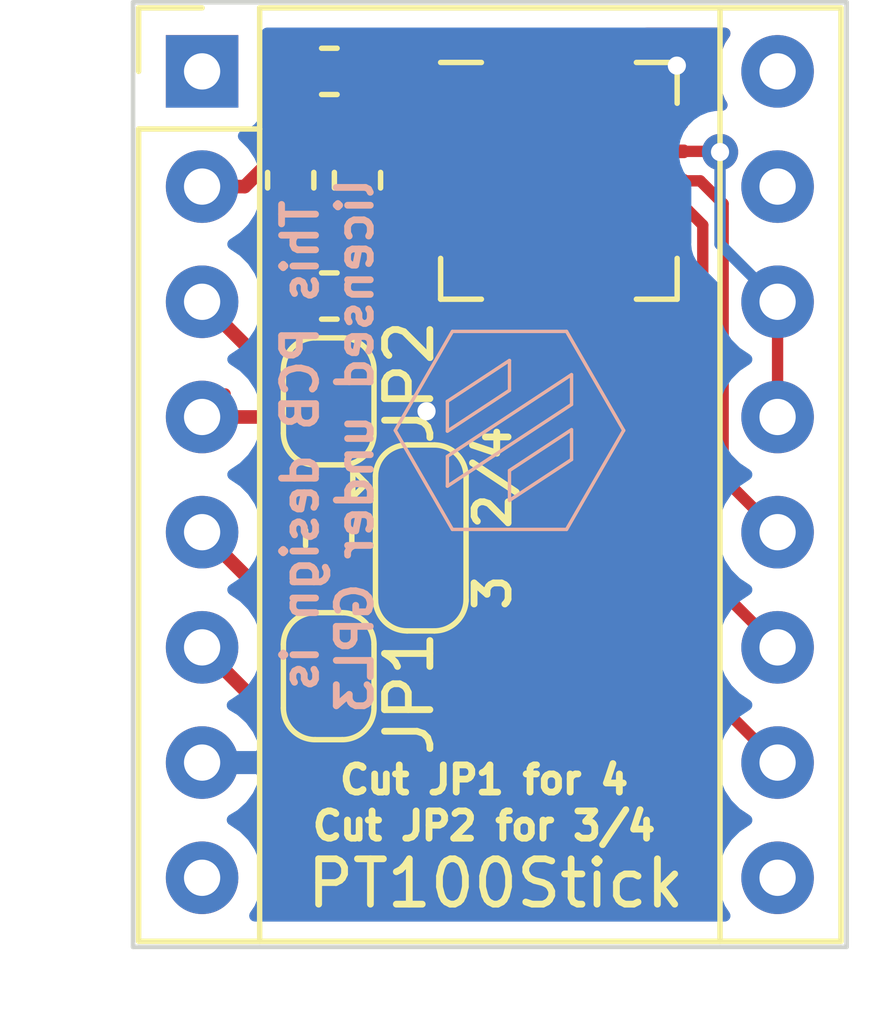
<source format=kicad_pcb>
(kicad_pcb (version 20171130) (host pcbnew "(5.1.5)-3")

  (general
    (thickness 1.6)
    (drawings 32)
    (tracks 109)
    (zones 0)
    (modules 10)
    (nets 15)
  )

  (page A4)
  (layers
    (0 F.Cu signal)
    (31 B.Cu signal)
    (32 B.Adhes user)
    (33 F.Adhes user)
    (34 B.Paste user)
    (35 F.Paste user)
    (36 B.SilkS user)
    (37 F.SilkS user)
    (38 B.Mask user)
    (39 F.Mask user)
    (40 Dwgs.User user)
    (41 Cmts.User user)
    (42 Eco1.User user)
    (43 Eco2.User user)
    (44 Edge.Cuts user)
    (45 Margin user)
    (46 B.CrtYd user)
    (47 F.CrtYd user)
    (48 B.Fab user)
    (49 F.Fab user)
  )

  (setup
    (last_trace_width 0.3)
    (user_trace_width 0.3)
    (user_trace_width 0.4)
    (trace_clearance 0.2)
    (zone_clearance 0.508)
    (zone_45_only no)
    (trace_min 0.2)
    (via_size 0.8)
    (via_drill 0.4)
    (via_min_size 0.4)
    (via_min_drill 0.3)
    (uvia_size 0.3)
    (uvia_drill 0.1)
    (uvias_allowed no)
    (uvia_min_size 0.2)
    (uvia_min_drill 0.1)
    (edge_width 0.05)
    (segment_width 0.2)
    (pcb_text_width 0.3)
    (pcb_text_size 1.5 1.5)
    (mod_edge_width 0.12)
    (mod_text_size 1 1)
    (mod_text_width 0.15)
    (pad_size 1.524 1.524)
    (pad_drill 0.762)
    (pad_to_mask_clearance 0.051)
    (solder_mask_min_width 0.25)
    (aux_axis_origin 0 0)
    (grid_origin 164.9476 74.93)
    (visible_elements 7FFFFFFF)
    (pcbplotparams
      (layerselection 0x010fc_ffffffff)
      (usegerberextensions false)
      (usegerberattributes false)
      (usegerberadvancedattributes false)
      (creategerberjobfile false)
      (excludeedgelayer true)
      (linewidth 0.100000)
      (plotframeref false)
      (viasonmask false)
      (mode 1)
      (useauxorigin false)
      (hpglpennumber 1)
      (hpglpenspeed 20)
      (hpglpendiameter 15.000000)
      (psnegative false)
      (psa4output false)
      (plotreference true)
      (plotvalue true)
      (plotinvisibletext false)
      (padsonsilk false)
      (subtractmaskfromsilk false)
      (outputformat 1)
      (mirror false)
      (drillshape 0)
      (scaleselection 1)
      (outputdirectory "../Production/Gerbers/"))
  )

  (net 0 "")
  (net 1 GND)
  (net 2 /MISO)
  (net 3 /CS)
  (net 4 /SCK)
  (net 5 /MOSI)
  (net 6 +3V3)
  (net 7 /BIAS)
  (net 8 "Net-(R1-Pad1)")
  (net 9 /FORCE+)
  (net 10 /FORCE-)
  (net 11 /RTDIN-)
  (net 12 /RTDIN+)
  (net 13 /FORCE2)
  (net 14 VDDA)

  (net_class Default "This is the default net class."
    (clearance 0.2)
    (trace_width 0.25)
    (via_dia 0.8)
    (via_drill 0.4)
    (uvia_dia 0.3)
    (uvia_drill 0.1)
    (add_net +3V3)
    (add_net /BIAS)
    (add_net /CS)
    (add_net /FORCE+)
    (add_net /FORCE-)
    (add_net /FORCE2)
    (add_net /MISO)
    (add_net /MOSI)
    (add_net /RTDIN+)
    (add_net /RTDIN-)
    (add_net /SCK)
    (add_net GND)
    (add_net "Net-(R1-Pad1)")
    (add_net VDDA)
  )

  (module PT100Stick:SolderJumper-3_P1.3mm_Bridged12_RoundedPad1.0x1.5mm (layer F.Cu) (tedit 5C745321) (tstamp 5EBD8CF7)
    (at 147.066 81.407 270)
    (descr "SMD Solder 3-pad Jumper, 1x1.5mm rounded Pads, 0.3mm gap, pads 1-2 bridged with 1 copper strip")
    (tags "solder jumper open")
    (path /5EBB1790)
    (attr virtual)
    (fp_text reference JP3 (at 0 -1.8 90) (layer F.SilkS) hide
      (effects (font (size 1 1) (thickness 0.15)))
    )
    (fp_text value SolderJumper_3_Bridged12 (at 0 1.9 90) (layer F.Fab)
      (effects (font (size 1 1) (thickness 0.15)))
    )
    (fp_poly (pts (xy -0.9 -0.3) (xy -0.4 -0.3) (xy -0.4 0.3) (xy -0.9 0.3)) (layer F.Cu) (width 0))
    (fp_arc (start -1.35 -0.3) (end -1.35 -1) (angle -90) (layer F.SilkS) (width 0.12))
    (fp_arc (start -1.35 0.3) (end -2.05 0.3) (angle -90) (layer F.SilkS) (width 0.12))
    (fp_arc (start 1.35 0.3) (end 1.35 1) (angle -90) (layer F.SilkS) (width 0.12))
    (fp_arc (start 1.35 -0.3) (end 2.05 -0.3) (angle -90) (layer F.SilkS) (width 0.12))
    (fp_line (start 2.3 1.25) (end -2.3 1.25) (layer F.CrtYd) (width 0.05))
    (fp_line (start 2.3 1.25) (end 2.3 -1.25) (layer F.CrtYd) (width 0.05))
    (fp_line (start -2.3 -1.25) (end -2.3 1.25) (layer F.CrtYd) (width 0.05))
    (fp_line (start -2.3 -1.25) (end 2.3 -1.25) (layer F.CrtYd) (width 0.05))
    (fp_line (start -1.4 -1) (end 1.4 -1) (layer F.SilkS) (width 0.12))
    (fp_line (start 2.05 -0.3) (end 2.05 0.3) (layer F.SilkS) (width 0.12))
    (fp_line (start 1.4 1) (end -1.4 1) (layer F.SilkS) (width 0.12))
    (fp_line (start -2.05 0.3) (end -2.05 -0.3) (layer F.SilkS) (width 0.12))
    (fp_line (start -1.2 1.2) (end -1.5 1.5) (layer F.SilkS) (width 0.12))
    (fp_line (start -1.5 1.5) (end -0.9 1.5) (layer F.SilkS) (width 0.12))
    (fp_line (start -1.2 1.2) (end -0.9 1.5) (layer F.SilkS) (width 0.12))
    (pad 1 smd custom (at -1.3 0 270) (size 1 0.5) (layers F.Cu F.Mask)
      (net 1 GND) (zone_connect 2)
      (options (clearance outline) (anchor rect))
      (primitives
        (gr_circle (center 0 0.25) (end 0.5 0.25) (width 0))
        (gr_circle (center 0 -0.25) (end 0.5 -0.25) (width 0))
        (gr_poly (pts
           (xy 0.55 -0.75) (xy 0 -0.75) (xy 0 0.75) (xy 0.55 0.75)) (width 0))
      ))
    (pad 2 smd rect (at 0 0 270) (size 1 1.5) (layers F.Cu F.Mask)
      (net 13 /FORCE2))
    (pad 3 smd custom (at 1.3 0 270) (size 1 0.5) (layers F.Cu F.Mask)
      (net 12 /RTDIN+) (zone_connect 2)
      (options (clearance outline) (anchor rect))
      (primitives
        (gr_circle (center 0 0.25) (end 0.5 0.25) (width 0))
        (gr_circle (center 0 -0.25) (end 0.5 -0.25) (width 0))
        (gr_poly (pts
           (xy -0.55 -0.75) (xy 0 -0.75) (xy 0 0.75) (xy -0.55 0.75)) (width 0))
      ))
  )

  (module PT100Stick:SolderJumper-2_P1.3mm_Bridged_RoundedPad1.0x1.5mm (layer F.Cu) (tedit 5C745284) (tstamp 5EBE0EA0)
    (at 145.034 78.396 270)
    (descr "SMD Solder Jumper, 1x1.5mm, rounded Pads, 0.3mm gap, bridged with 1 copper strip")
    (tags "solder jumper open")
    (path /5EBB06B7)
    (attr virtual)
    (fp_text reference JP2 (at -0.418 -1.778 90) (layer F.SilkS)
      (effects (font (size 1 1) (thickness 0.15)))
    )
    (fp_text value "Cut for 3/4" (at 0 1.9 90) (layer F.Fab)
      (effects (font (size 1 1) (thickness 0.15)))
    )
    (fp_poly (pts (xy 0.25 -0.3) (xy -0.25 -0.3) (xy -0.25 0.3) (xy 0.25 0.3)) (layer F.Cu) (width 0))
    (fp_line (start 1.65 1.25) (end -1.65 1.25) (layer F.CrtYd) (width 0.05))
    (fp_line (start 1.65 1.25) (end 1.65 -1.25) (layer F.CrtYd) (width 0.05))
    (fp_line (start -1.65 -1.25) (end -1.65 1.25) (layer F.CrtYd) (width 0.05))
    (fp_line (start -1.65 -1.25) (end 1.65 -1.25) (layer F.CrtYd) (width 0.05))
    (fp_line (start -0.7 -1) (end 0.7 -1) (layer F.SilkS) (width 0.12))
    (fp_line (start 1.4 -0.3) (end 1.4 0.3) (layer F.SilkS) (width 0.12))
    (fp_line (start 0.7 1) (end -0.7 1) (layer F.SilkS) (width 0.12))
    (fp_line (start -1.4 0.3) (end -1.4 -0.3) (layer F.SilkS) (width 0.12))
    (fp_arc (start -0.7 -0.3) (end -0.7 -1) (angle -90) (layer F.SilkS) (width 0.12))
    (fp_arc (start -0.7 0.3) (end -1.4 0.3) (angle -90) (layer F.SilkS) (width 0.12))
    (fp_arc (start 0.7 0.3) (end 0.7 1) (angle -90) (layer F.SilkS) (width 0.12))
    (fp_arc (start 0.7 -0.3) (end 1.4 -0.3) (angle -90) (layer F.SilkS) (width 0.12))
    (pad 1 smd custom (at -0.65 0 270) (size 1 0.5) (layers F.Cu F.Mask)
      (net 9 /FORCE+) (zone_connect 2)
      (options (clearance outline) (anchor rect))
      (primitives
        (gr_circle (center 0 0.25) (end 0.5 0.25) (width 0))
        (gr_circle (center 0 -0.25) (end 0.5 -0.25) (width 0))
        (gr_poly (pts
           (xy 0 -0.75) (xy 0.5 -0.75) (xy 0.5 0.75) (xy 0 0.75)) (width 0))
      ))
    (pad 2 smd custom (at 0.65 0 270) (size 1 0.5) (layers F.Cu F.Mask)
      (net 12 /RTDIN+) (zone_connect 2)
      (options (clearance outline) (anchor rect))
      (primitives
        (gr_circle (center 0 0.25) (end 0.5 0.25) (width 0))
        (gr_circle (center 0 -0.25) (end 0.5 -0.25) (width 0))
        (gr_poly (pts
           (xy 0 -0.75) (xy -0.5 -0.75) (xy -0.5 0.75) (xy 0 0.75)) (width 0))
      ))
  )

  (module PT100Stick:SolderJumper-2_P1.3mm_Bridged_RoundedPad1.0x1.5mm (layer F.Cu) (tedit 5C745284) (tstamp 5EBE0DF6)
    (at 145.034 84.455 90)
    (descr "SMD Solder Jumper, 1x1.5mm, rounded Pads, 0.3mm gap, bridged with 1 copper strip")
    (tags "solder jumper open")
    (path /5EBAE765)
    (attr virtual)
    (fp_text reference JP1 (at -0.381 1.778 90) (layer F.SilkS)
      (effects (font (size 1 1) (thickness 0.15)))
    )
    (fp_text value "Cut for 4" (at 0 1.9 90) (layer F.Fab)
      (effects (font (size 1 1) (thickness 0.15)))
    )
    (fp_poly (pts (xy 0.25 -0.3) (xy -0.25 -0.3) (xy -0.25 0.3) (xy 0.25 0.3)) (layer F.Cu) (width 0))
    (fp_line (start 1.65 1.25) (end -1.65 1.25) (layer F.CrtYd) (width 0.05))
    (fp_line (start 1.65 1.25) (end 1.65 -1.25) (layer F.CrtYd) (width 0.05))
    (fp_line (start -1.65 -1.25) (end -1.65 1.25) (layer F.CrtYd) (width 0.05))
    (fp_line (start -1.65 -1.25) (end 1.65 -1.25) (layer F.CrtYd) (width 0.05))
    (fp_line (start -0.7 -1) (end 0.7 -1) (layer F.SilkS) (width 0.12))
    (fp_line (start 1.4 -0.3) (end 1.4 0.3) (layer F.SilkS) (width 0.12))
    (fp_line (start 0.7 1) (end -0.7 1) (layer F.SilkS) (width 0.12))
    (fp_line (start -1.4 0.3) (end -1.4 -0.3) (layer F.SilkS) (width 0.12))
    (fp_arc (start -0.7 -0.3) (end -0.7 -1) (angle -90) (layer F.SilkS) (width 0.12))
    (fp_arc (start -0.7 0.3) (end -1.4 0.3) (angle -90) (layer F.SilkS) (width 0.12))
    (fp_arc (start 0.7 0.3) (end 0.7 1) (angle -90) (layer F.SilkS) (width 0.12))
    (fp_arc (start 0.7 -0.3) (end 1.4 -0.3) (angle -90) (layer F.SilkS) (width 0.12))
    (pad 1 smd custom (at -0.65 0 90) (size 1 0.5) (layers F.Cu F.Mask)
      (net 10 /FORCE-) (zone_connect 2)
      (options (clearance outline) (anchor rect))
      (primitives
        (gr_circle (center 0 0.25) (end 0.5 0.25) (width 0))
        (gr_circle (center 0 -0.25) (end 0.5 -0.25) (width 0))
        (gr_poly (pts
           (xy 0 -0.75) (xy 0.5 -0.75) (xy 0.5 0.75) (xy 0 0.75)) (width 0))
      ))
    (pad 2 smd custom (at 0.65 0 90) (size 1 0.5) (layers F.Cu F.Mask)
      (net 11 /RTDIN-) (zone_connect 2)
      (options (clearance outline) (anchor rect))
      (primitives
        (gr_circle (center 0 0.25) (end 0.5 0.25) (width 0))
        (gr_circle (center 0 -0.25) (end 0.5 -0.25) (width 0))
        (gr_poly (pts
           (xy 0 -0.75) (xy -0.5 -0.75) (xy -0.5 0.75) (xy 0 0.75)) (width 0))
      ))
  )

  (module PT100Stick:C_0603_1608Metric_Pad1.05x0.95mm_HandSolder (layer F.Cu) (tedit 5EBC34C0) (tstamp 5ECFFA5E)
    (at 145.669 73.519 270)
    (descr "Capacitor SMD 0603 (1608 Metric), square (rectangular) end terminal, IPC_7351 nominal with elongated pad for handsoldering. (Body size source: http://www.tortai-tech.com/upload/download/2011102023233369053.pdf), generated with kicad-footprint-generator")
    (tags "capacitor handsolder")
    (path /5EBF6A4F)
    (attr smd)
    (fp_text reference C3 (at 0 -1.43 90) (layer F.SilkS) hide
      (effects (font (size 1 1) (thickness 0.15)))
    )
    (fp_text value 0.1uF (at 0 1.43 90) (layer F.Fab)
      (effects (font (size 1 1) (thickness 0.15)))
    )
    (fp_text user %R (at 0 0 90) (layer F.Fab)
      (effects (font (size 0.4 0.4) (thickness 0.06)))
    )
    (fp_line (start 1.65 0.73) (end -1.65 0.73) (layer F.CrtYd) (width 0.05))
    (fp_line (start 1.65 -0.73) (end 1.65 0.73) (layer F.CrtYd) (width 0.05))
    (fp_line (start -1.65 -0.73) (end 1.65 -0.73) (layer F.CrtYd) (width 0.05))
    (fp_line (start -1.65 0.73) (end -1.65 -0.73) (layer F.CrtYd) (width 0.05))
    (fp_line (start -0.171267 0.51) (end 0.171267 0.51) (layer F.SilkS) (width 0.12))
    (fp_line (start -0.171267 -0.51) (end 0.171267 -0.51) (layer F.SilkS) (width 0.12))
    (fp_line (start 0.8 0.4) (end -0.8 0.4) (layer F.Fab) (width 0.1))
    (fp_line (start 0.8 -0.4) (end 0.8 0.4) (layer F.Fab) (width 0.1))
    (fp_line (start -0.8 -0.4) (end 0.8 -0.4) (layer F.Fab) (width 0.1))
    (fp_line (start -0.8 0.4) (end -0.8 -0.4) (layer F.Fab) (width 0.1))
    (pad 2 smd roundrect (at 0.875 0 270) (size 1.05 0.95) (layers F.Cu F.Paste F.Mask) (roundrect_rratio 0.25)
      (net 1 GND))
    (pad 1 smd roundrect (at -0.875 0 270) (size 1.05 0.95) (layers F.Cu F.Paste F.Mask) (roundrect_rratio 0.25)
      (net 14 VDDA))
    (model ${KIPRJMOD}/Library/3D_Packages/C_0603_1608Metric.wrl
      (at (xyz 0 0 0))
      (scale (xyz 1 1 1))
      (rotate (xyz 0 0 0))
    )
  )

  (module PT100Stick:R_0603_1608Metric_Pad1.05x0.95mm_HandSolder (layer F.Cu) (tedit 5B301BBD) (tstamp 5EBD9CEA)
    (at 145.048 76.073 180)
    (descr "Resistor SMD 0603 (1608 Metric), square (rectangular) end terminal, IPC_7351 nominal with elongated pad for handsoldering. (Body size source: http://www.tortai-tech.com/upload/download/2011102023233369053.pdf), generated with kicad-footprint-generator")
    (tags "resistor handsolder")
    (path /5EBADD3B)
    (attr smd)
    (fp_text reference R1 (at 0 -1.43) (layer F.SilkS) hide
      (effects (font (size 1 1) (thickness 0.15)))
    )
    (fp_text value 430 (at 0 1.43) (layer F.Fab)
      (effects (font (size 1 1) (thickness 0.15)))
    )
    (fp_text user %R (at 0 0) (layer F.Fab)
      (effects (font (size 0.4 0.4) (thickness 0.06)))
    )
    (fp_line (start 1.65 0.73) (end -1.65 0.73) (layer F.CrtYd) (width 0.05))
    (fp_line (start 1.65 -0.73) (end 1.65 0.73) (layer F.CrtYd) (width 0.05))
    (fp_line (start -1.65 -0.73) (end 1.65 -0.73) (layer F.CrtYd) (width 0.05))
    (fp_line (start -1.65 0.73) (end -1.65 -0.73) (layer F.CrtYd) (width 0.05))
    (fp_line (start -0.171267 0.51) (end 0.171267 0.51) (layer F.SilkS) (width 0.12))
    (fp_line (start -0.171267 -0.51) (end 0.171267 -0.51) (layer F.SilkS) (width 0.12))
    (fp_line (start 0.8 0.4) (end -0.8 0.4) (layer F.Fab) (width 0.1))
    (fp_line (start 0.8 -0.4) (end 0.8 0.4) (layer F.Fab) (width 0.1))
    (fp_line (start -0.8 -0.4) (end 0.8 -0.4) (layer F.Fab) (width 0.1))
    (fp_line (start -0.8 0.4) (end -0.8 -0.4) (layer F.Fab) (width 0.1))
    (pad 2 smd roundrect (at 0.875 0 180) (size 1.05 0.95) (layers F.Cu F.Paste F.Mask) (roundrect_rratio 0.25)
      (net 7 /BIAS))
    (pad 1 smd roundrect (at -0.875 0 180) (size 1.05 0.95) (layers F.Cu F.Paste F.Mask) (roundrect_rratio 0.25)
      (net 8 "Net-(R1-Pad1)"))
    (model ${KISYS3DMOD}/Resistor_SMD.3dshapes/R_0603_1608Metric.wrl
      (at (xyz 0 0 0))
      (scale (xyz 1 1 1))
      (rotate (xyz 0 0 0))
    )
  )

  (module PT100Stick:L_0603_1608Metric_Pad1.05x0.95mm_HandSolder (layer F.Cu) (tedit 5B301BBE) (tstamp 5EBD9CBA)
    (at 145.048 71.12)
    (descr "Capacitor SMD 0603 (1608 Metric), square (rectangular) end terminal, IPC_7351 nominal with elongated pad for handsoldering. (Body size source: http://www.tortai-tech.com/upload/download/2011102023233369053.pdf), generated with kicad-footprint-generator")
    (tags "inductor handsolder")
    (path /5EC32E91)
    (attr smd)
    (fp_text reference FB1 (at 0 -1.43) (layer F.SilkS) hide
      (effects (font (size 1 1) (thickness 0.15)))
    )
    (fp_text value Ferrite_Bead_Small (at 0 1.43) (layer F.Fab)
      (effects (font (size 1 1) (thickness 0.15)))
    )
    (fp_text user %R (at 0 0) (layer F.Fab)
      (effects (font (size 0.4 0.4) (thickness 0.06)))
    )
    (fp_line (start 1.65 0.73) (end -1.65 0.73) (layer F.CrtYd) (width 0.05))
    (fp_line (start 1.65 -0.73) (end 1.65 0.73) (layer F.CrtYd) (width 0.05))
    (fp_line (start -1.65 -0.73) (end 1.65 -0.73) (layer F.CrtYd) (width 0.05))
    (fp_line (start -1.65 0.73) (end -1.65 -0.73) (layer F.CrtYd) (width 0.05))
    (fp_line (start -0.171267 0.51) (end 0.171267 0.51) (layer F.SilkS) (width 0.12))
    (fp_line (start -0.171267 -0.51) (end 0.171267 -0.51) (layer F.SilkS) (width 0.12))
    (fp_line (start 0.8 0.4) (end -0.8 0.4) (layer F.Fab) (width 0.1))
    (fp_line (start 0.8 -0.4) (end 0.8 0.4) (layer F.Fab) (width 0.1))
    (fp_line (start -0.8 -0.4) (end 0.8 -0.4) (layer F.Fab) (width 0.1))
    (fp_line (start -0.8 0.4) (end -0.8 -0.4) (layer F.Fab) (width 0.1))
    (pad 2 smd roundrect (at 0.875 0) (size 1.05 0.95) (layers F.Cu F.Paste F.Mask) (roundrect_rratio 0.25)
      (net 14 VDDA))
    (pad 1 smd roundrect (at -0.875 0) (size 1.05 0.95) (layers F.Cu F.Paste F.Mask) (roundrect_rratio 0.25)
      (net 6 +3V3))
    (model ${KIPRJMOD}/Library/3D_Packages/L_0603_1608Metric.wrl
      (at (xyz 0 0 0))
      (scale (xyz 1 1 1))
      (rotate (xyz 0 0 0))
    )
  )

  (module PT100Stick:C_0603_1608Metric_Pad1.05x0.95mm_HandSolder (layer F.Cu) (tedit 5B301BBE) (tstamp 5EF27680)
    (at 144.1958 73.519 270)
    (descr "Capacitor SMD 0603 (1608 Metric), square (rectangular) end terminal, IPC_7351 nominal with elongated pad for handsoldering. (Body size source: http://www.tortai-tech.com/upload/download/2011102023233369053.pdf), generated with kicad-footprint-generator")
    (tags "capacitor handsolder")
    (path /5EC2A459)
    (attr smd)
    (fp_text reference C2 (at 0 -1.43 90) (layer F.SilkS) hide
      (effects (font (size 1 1) (thickness 0.15)))
    )
    (fp_text value 0.1uF (at 0 1.43 90) (layer F.Fab)
      (effects (font (size 1 1) (thickness 0.15)))
    )
    (fp_text user %R (at 0 0 90) (layer F.Fab)
      (effects (font (size 0.4 0.4) (thickness 0.06)))
    )
    (fp_line (start 1.65 0.73) (end -1.65 0.73) (layer F.CrtYd) (width 0.05))
    (fp_line (start 1.65 -0.73) (end 1.65 0.73) (layer F.CrtYd) (width 0.05))
    (fp_line (start -1.65 -0.73) (end 1.65 -0.73) (layer F.CrtYd) (width 0.05))
    (fp_line (start -1.65 0.73) (end -1.65 -0.73) (layer F.CrtYd) (width 0.05))
    (fp_line (start -0.171267 0.51) (end 0.171267 0.51) (layer F.SilkS) (width 0.12))
    (fp_line (start -0.171267 -0.51) (end 0.171267 -0.51) (layer F.SilkS) (width 0.12))
    (fp_line (start 0.8 0.4) (end -0.8 0.4) (layer F.Fab) (width 0.1))
    (fp_line (start 0.8 -0.4) (end 0.8 0.4) (layer F.Fab) (width 0.1))
    (fp_line (start -0.8 -0.4) (end 0.8 -0.4) (layer F.Fab) (width 0.1))
    (fp_line (start -0.8 0.4) (end -0.8 -0.4) (layer F.Fab) (width 0.1))
    (pad 2 smd roundrect (at 0.875 0 270) (size 1.05 0.95) (layers F.Cu F.Paste F.Mask) (roundrect_rratio 0.25)
      (net 1 GND))
    (pad 1 smd roundrect (at -0.875 0 270) (size 1.05 0.95) (layers F.Cu F.Paste F.Mask) (roundrect_rratio 0.25)
      (net 6 +3V3))
    (model ${KIPRJMOD}/Library/3D_Packages/C_0603_1608Metric.wrl
      (at (xyz 0 0 0))
      (scale (xyz 1 1 1))
      (rotate (xyz 0 0 0))
    )
  )

  (module PT100Stick:C_0603_1608Metric_Pad1.05x0.95mm_HandSolder (layer F.Cu) (tedit 5B301BBE) (tstamp 5EBD8D31)
    (at 145.034 81.407 270)
    (descr "Capacitor SMD 0603 (1608 Metric), square (rectangular) end terminal, IPC_7351 nominal with elongated pad for handsoldering. (Body size source: http://www.tortai-tech.com/upload/download/2011102023233369053.pdf), generated with kicad-footprint-generator")
    (tags "capacitor handsolder")
    (path /5EBB292B)
    (attr smd)
    (fp_text reference C1 (at 0 -1.43 90) (layer F.SilkS) hide
      (effects (font (size 1 1) (thickness 0.15)))
    )
    (fp_text value 0.1uF (at 0 1.43 90) (layer F.Fab)
      (effects (font (size 1 1) (thickness 0.15)))
    )
    (fp_text user %R (at 0 0 90) (layer F.Fab)
      (effects (font (size 0.4 0.4) (thickness 0.06)))
    )
    (fp_line (start 1.65 0.73) (end -1.65 0.73) (layer F.CrtYd) (width 0.05))
    (fp_line (start 1.65 -0.73) (end 1.65 0.73) (layer F.CrtYd) (width 0.05))
    (fp_line (start -1.65 -0.73) (end 1.65 -0.73) (layer F.CrtYd) (width 0.05))
    (fp_line (start -1.65 0.73) (end -1.65 -0.73) (layer F.CrtYd) (width 0.05))
    (fp_line (start -0.171267 0.51) (end 0.171267 0.51) (layer F.SilkS) (width 0.12))
    (fp_line (start -0.171267 -0.51) (end 0.171267 -0.51) (layer F.SilkS) (width 0.12))
    (fp_line (start 0.8 0.4) (end -0.8 0.4) (layer F.Fab) (width 0.1))
    (fp_line (start 0.8 -0.4) (end 0.8 0.4) (layer F.Fab) (width 0.1))
    (fp_line (start -0.8 -0.4) (end 0.8 -0.4) (layer F.Fab) (width 0.1))
    (fp_line (start -0.8 0.4) (end -0.8 -0.4) (layer F.Fab) (width 0.1))
    (pad 2 smd roundrect (at 0.875 0 270) (size 1.05 0.95) (layers F.Cu F.Paste F.Mask) (roundrect_rratio 0.25)
      (net 11 /RTDIN-))
    (pad 1 smd roundrect (at -0.875 0 270) (size 1.05 0.95) (layers F.Cu F.Paste F.Mask) (roundrect_rratio 0.25)
      (net 12 /RTDIN+))
    (model ${KISYS3DMOD}/Capacitor_SMD.3dshapes/C_0603_1608Metric.wrl
      (at (xyz 0 0 0))
      (scale (xyz 1 1 1))
      (rotate (xyz 0 0 0))
    )
  )

  (module PT100Stick:Pololu_Breakout-16_15.2x20.3mm (layer F.Cu) (tedit 58AB602C) (tstamp 5EF27C75)
    (at 142.24 71.12)
    (descr "Pololu Breakout 16-pin 15.2x20.3mm 0.6x0.8\\")
    (tags "Pololu Breakout")
    (path /5EB9E565)
    (fp_text reference A1 (at 6.35 -2.54) (layer F.SilkS) hide
      (effects (font (size 1 1) (thickness 0.15)))
    )
    (fp_text value Pololu_Breakout_A4988 (at 6.35 20.17) (layer F.Fab)
      (effects (font (size 1 1) (thickness 0.15)))
    )
    (fp_line (start 14.21 19.3) (end -1.53 19.3) (layer F.CrtYd) (width 0.05))
    (fp_line (start 14.21 19.3) (end 14.21 -1.52) (layer F.CrtYd) (width 0.05))
    (fp_line (start -1.53 -1.52) (end -1.53 19.3) (layer F.CrtYd) (width 0.05))
    (fp_line (start -1.53 -1.52) (end 14.21 -1.52) (layer F.CrtYd) (width 0.05))
    (fp_line (start -1.27 19.05) (end -1.27 0) (layer F.Fab) (width 0.1))
    (fp_line (start 13.97 19.05) (end -1.27 19.05) (layer F.Fab) (width 0.1))
    (fp_line (start 13.97 -1.27) (end 13.97 19.05) (layer F.Fab) (width 0.1))
    (fp_line (start 0 -1.27) (end 13.97 -1.27) (layer F.Fab) (width 0.1))
    (fp_line (start -1.27 0) (end 0 -1.27) (layer F.Fab) (width 0.1))
    (fp_line (start 14.1 -1.4) (end 1.27 -1.4) (layer F.SilkS) (width 0.12))
    (fp_line (start 14.1 19.18) (end 14.1 -1.4) (layer F.SilkS) (width 0.12))
    (fp_line (start -1.4 19.18) (end 14.1 19.18) (layer F.SilkS) (width 0.12))
    (fp_line (start -1.4 1.27) (end -1.4 19.18) (layer F.SilkS) (width 0.12))
    (fp_line (start 1.27 1.27) (end -1.4 1.27) (layer F.SilkS) (width 0.12))
    (fp_line (start 1.27 -1.4) (end 1.27 1.27) (layer F.SilkS) (width 0.12))
    (fp_line (start -1.4 -1.4) (end -1.4 0) (layer F.SilkS) (width 0.12))
    (fp_line (start 0 -1.4) (end -1.4 -1.4) (layer F.SilkS) (width 0.12))
    (fp_line (start 1.27 1.27) (end 1.27 19.18) (layer F.SilkS) (width 0.12))
    (fp_line (start 11.43 -1.4) (end 11.43 19.18) (layer F.SilkS) (width 0.12))
    (fp_text user %R (at 6.35 0) (layer F.Fab)
      (effects (font (size 1 1) (thickness 0.15)))
    )
    (pad 16 thru_hole oval (at 12.7 0) (size 1.6 1.6) (drill 0.8) (layers *.Cu *.Mask))
    (pad 8 thru_hole oval (at 0 17.78) (size 1.6 1.6) (drill 0.8) (layers *.Cu *.Mask))
    (pad 15 thru_hole oval (at 12.7 2.54) (size 1.6 1.6) (drill 0.8) (layers *.Cu *.Mask))
    (pad 7 thru_hole oval (at 0 15.24) (size 1.6 1.6) (drill 0.8) (layers *.Cu *.Mask)
      (net 1 GND))
    (pad 14 thru_hole oval (at 12.7 5.08) (size 1.6 1.6) (drill 0.8) (layers *.Cu *.Mask)
      (net 5 /MOSI))
    (pad 6 thru_hole oval (at 0 12.7) (size 1.6 1.6) (drill 0.8) (layers *.Cu *.Mask)
      (net 10 /FORCE-))
    (pad 13 thru_hole oval (at 12.7 7.62) (size 1.6 1.6) (drill 0.8) (layers *.Cu *.Mask)
      (net 5 /MOSI))
    (pad 5 thru_hole oval (at 0 10.16) (size 1.6 1.6) (drill 0.8) (layers *.Cu *.Mask)
      (net 11 /RTDIN-))
    (pad 12 thru_hole oval (at 12.7 10.16) (size 1.6 1.6) (drill 0.8) (layers *.Cu *.Mask)
      (net 3 /CS))
    (pad 4 thru_hole oval (at 0 7.62) (size 1.6 1.6) (drill 0.8) (layers *.Cu *.Mask)
      (net 12 /RTDIN+))
    (pad 11 thru_hole oval (at 12.7 12.7) (size 1.6 1.6) (drill 0.8) (layers *.Cu *.Mask)
      (net 4 /SCK))
    (pad 3 thru_hole oval (at 0 5.08) (size 1.6 1.6) (drill 0.8) (layers *.Cu *.Mask)
      (net 9 /FORCE+))
    (pad 10 thru_hole oval (at 12.7 15.24) (size 1.6 1.6) (drill 0.8) (layers *.Cu *.Mask)
      (net 2 /MISO))
    (pad 2 thru_hole oval (at 0 2.54) (size 1.6 1.6) (drill 0.8) (layers *.Cu *.Mask)
      (net 6 +3V3))
    (pad 9 thru_hole oval (at 12.7 17.78) (size 1.6 1.6) (drill 0.8) (layers *.Cu *.Mask))
    (pad 1 thru_hole rect (at 0 0) (size 1.6 1.6) (drill 0.8) (layers *.Cu *.Mask))
    (model ${KISYS3DMOD}/Module.3dshapes/Pololu_Breakout-16_15.2x20.3mm.wrl
      (at (xyz 0 0 0))
      (scale (xyz 1 1 1))
      (rotate (xyz 0 0 0))
    )
  )

  (module PT100Stick:TQFN-20-1EP_5x5mm_P0.65mm_EP3.1x3.1mm (layer F.Cu) (tedit 5D3A0FA8) (tstamp 5EBAF105)
    (at 150.114 73.533)
    (descr "TQFN, 20 Pin (https://pdfserv.maximintegrated.com/package_dwgs/21-0140.PDF), generated with kicad-footprint-generator ipc_noLead_generator.py")
    (tags "TQFN NoLead")
    (path /5EBA27E8)
    (attr smd)
    (fp_text reference U1 (at 0 -3.8) (layer F.SilkS) hide
      (effects (font (size 1 1) (thickness 0.15)))
    )
    (fp_text value MAX31865ATP_ (at 0 3.8) (layer F.Fab)
      (effects (font (size 1 1) (thickness 0.15)))
    )
    (fp_line (start 1.71 -2.61) (end 2.61 -2.61) (layer F.SilkS) (width 0.12))
    (fp_line (start 2.61 -2.61) (end 2.61 -1.71) (layer F.SilkS) (width 0.12))
    (fp_line (start -1.71 2.61) (end -2.61 2.61) (layer F.SilkS) (width 0.12))
    (fp_line (start -2.61 2.61) (end -2.61 1.71) (layer F.SilkS) (width 0.12))
    (fp_line (start 1.71 2.61) (end 2.61 2.61) (layer F.SilkS) (width 0.12))
    (fp_line (start 2.61 2.61) (end 2.61 1.71) (layer F.SilkS) (width 0.12))
    (fp_line (start -1.71 -2.61) (end -2.61 -2.61) (layer F.SilkS) (width 0.12))
    (fp_line (start -1.5 -2.5) (end 2.5 -2.5) (layer F.Fab) (width 0.1))
    (fp_line (start 2.5 -2.5) (end 2.5 2.5) (layer F.Fab) (width 0.1))
    (fp_line (start 2.5 2.5) (end -2.5 2.5) (layer F.Fab) (width 0.1))
    (fp_line (start -2.5 2.5) (end -2.5 -1.5) (layer F.Fab) (width 0.1))
    (fp_line (start -2.5 -1.5) (end -1.5 -2.5) (layer F.Fab) (width 0.1))
    (fp_line (start -3.1 -3.1) (end -3.1 3.1) (layer F.CrtYd) (width 0.05))
    (fp_line (start -3.1 3.1) (end 3.1 3.1) (layer F.CrtYd) (width 0.05))
    (fp_line (start 3.1 3.1) (end 3.1 -3.1) (layer F.CrtYd) (width 0.05))
    (fp_line (start 3.1 -3.1) (end -3.1 -3.1) (layer F.CrtYd) (width 0.05))
    (fp_text user %R (at 0 0) (layer F.Fab)
      (effects (font (size 1 1) (thickness 0.15)))
    )
    (pad 21 smd roundrect (at 0 0) (size 3.1 3.1) (layers F.Cu F.Mask) (roundrect_rratio 0.08064499999999999)
      (net 1 GND))
    (pad "" smd roundrect (at -0.775 -0.775) (size 1.25 1.25) (layers F.Paste) (roundrect_rratio 0.2))
    (pad "" smd roundrect (at -0.775 0.775) (size 1.25 1.25) (layers F.Paste) (roundrect_rratio 0.2))
    (pad "" smd roundrect (at 0.775 -0.775) (size 1.25 1.25) (layers F.Paste) (roundrect_rratio 0.2))
    (pad "" smd roundrect (at 0.775 0.775) (size 1.25 1.25) (layers F.Paste) (roundrect_rratio 0.2))
    (pad 1 smd roundrect (at -2.3625 -1.3) (size 0.975 0.3) (layers F.Cu F.Paste F.Mask) (roundrect_rratio 0.25)
      (net 7 /BIAS))
    (pad 2 smd roundrect (at -2.3625 -0.65) (size 0.975 0.3) (layers F.Cu F.Paste F.Mask) (roundrect_rratio 0.25)
      (net 7 /BIAS))
    (pad 3 smd roundrect (at -2.3625 0) (size 0.975 0.3) (layers F.Cu F.Paste F.Mask) (roundrect_rratio 0.25)
      (net 8 "Net-(R1-Pad1)"))
    (pad 4 smd roundrect (at -2.3625 0.65) (size 0.975 0.3) (layers F.Cu F.Paste F.Mask) (roundrect_rratio 0.25)
      (net 8 "Net-(R1-Pad1)"))
    (pad 5 smd roundrect (at -2.3625 1.3) (size 0.975 0.3) (layers F.Cu F.Paste F.Mask) (roundrect_rratio 0.25)
      (net 9 /FORCE+))
    (pad 6 smd roundrect (at -1.3 2.3625) (size 0.3 0.975) (layers F.Cu F.Paste F.Mask) (roundrect_rratio 0.25)
      (net 13 /FORCE2))
    (pad 7 smd roundrect (at -0.65 2.3625) (size 0.3 0.975) (layers F.Cu F.Paste F.Mask) (roundrect_rratio 0.25)
      (net 12 /RTDIN+))
    (pad 8 smd roundrect (at 0 2.3625) (size 0.3 0.975) (layers F.Cu F.Paste F.Mask) (roundrect_rratio 0.25)
      (net 11 /RTDIN-))
    (pad 9 smd roundrect (at 0.65 2.3625) (size 0.3 0.975) (layers F.Cu F.Paste F.Mask) (roundrect_rratio 0.25)
      (net 10 /FORCE-))
    (pad 10 smd roundrect (at 1.3 2.3625) (size 0.3 0.975) (layers F.Cu F.Paste F.Mask) (roundrect_rratio 0.25)
      (net 1 GND))
    (pad 11 smd roundrect (at 2.3625 1.3) (size 0.975 0.3) (layers F.Cu F.Paste F.Mask) (roundrect_rratio 0.25)
      (net 2 /MISO))
    (pad 12 smd roundrect (at 2.3625 0.65) (size 0.975 0.3) (layers F.Cu F.Paste F.Mask) (roundrect_rratio 0.25)
      (net 4 /SCK))
    (pad 13 smd roundrect (at 2.3625 0) (size 0.975 0.3) (layers F.Cu F.Paste F.Mask) (roundrect_rratio 0.25)
      (net 3 /CS))
    (pad 14 smd roundrect (at 2.3625 -0.65) (size 0.975 0.3) (layers F.Cu F.Paste F.Mask) (roundrect_rratio 0.25)
      (net 5 /MOSI))
    (pad 15 smd roundrect (at 2.3625 -1.3) (size 0.975 0.3) (layers F.Cu F.Paste F.Mask) (roundrect_rratio 0.25)
      (net 1 GND))
    (pad 16 smd roundrect (at 1.3 -2.3625) (size 0.3 0.975) (layers F.Cu F.Paste F.Mask) (roundrect_rratio 0.25)
      (net 1 GND))
    (pad 17 smd roundrect (at 0.65 -2.3625) (size 0.3 0.975) (layers F.Cu F.Paste F.Mask) (roundrect_rratio 0.25))
    (pad 18 smd roundrect (at 0 -2.3625) (size 0.3 0.975) (layers F.Cu F.Paste F.Mask) (roundrect_rratio 0.25))
    (pad 19 smd roundrect (at -0.65 -2.3625) (size 0.3 0.975) (layers F.Cu F.Paste F.Mask) (roundrect_rratio 0.25)
      (net 6 +3V3))
    (pad 20 smd roundrect (at -1.3 -2.3625) (size 0.3 0.975) (layers F.Cu F.Paste F.Mask) (roundrect_rratio 0.25)
      (net 14 VDDA))
    (model ${KISYS3DMOD}/Package_DFN_QFN.3dshapes/QFN-20-1EP_5x5mm_P0.65mm_EP3.35x3.35mm.wrl
      (at (xyz 0 0 0))
      (scale (xyz 1 1 1))
      (rotate (xyz 0 0 0))
    )
  )

  (gr_text "This PCB design is\nlicensed under GPL3" (at 145.0086 79.375 90) (layer B.SilkS)
    (effects (font (size 0.75 0.75) (thickness 0.15)) (justify mirror))
  )
  (gr_line (start 147.76312 81.218699) (end 146.50306 79.036079) (layer B.SilkS) (width 0.075))
  (gr_line (start 150.28342 81.218699) (end 147.76312 81.218699) (layer B.SilkS) (width 0.075))
  (gr_line (start 150.28342 76.853519) (end 151.543599 79.036079) (layer B.SilkS) (width 0.075))
  (gr_line (start 146.50306 79.036079) (end 147.76312 76.853519) (layer B.SilkS) (width 0.075))
  (gr_line (start 151.543599 79.036079) (end 150.28342 81.218699) (layer B.SilkS) (width 0.075))
  (gr_line (start 150.3934 79.677899) (end 150.3934 79.0194) (layer B.SilkS) (width 0.075))
  (gr_line (start 151.543599 79.036079) (end 151.543599 79.036079) (layer B.SilkS) (width 0.075))
  (gr_line (start 147.76312 76.853519) (end 150.28342 76.853519) (layer B.SilkS) (width 0.075))
  (gr_line (start 147.65326 79.052639) (end 149.0233 78.152159) (layer B.SilkS) (width 0.075))
  (gr_line (start 147.65326 79.607519) (end 147.65326 80.265839) (layer B.SilkS) (width 0.075))
  (gr_line (start 150.3934 77.806199) (end 147.65326 79.607519) (layer B.SilkS) (width 0.075))
  (gr_line (start 147.65326 78.394259) (end 147.65326 78.394259) (layer B.SilkS) (width 0.075))
  (gr_line (start 147.65326 78.394259) (end 147.65326 79.052639) (layer B.SilkS) (width 0.075))
  (gr_line (start 150.3934 78.464579) (end 150.3934 77.806199) (layer B.SilkS) (width 0.075))
  (gr_line (start 149.0233 77.493659) (end 147.65326 78.394259) (layer B.SilkS) (width 0.075))
  (gr_line (start 147.65326 80.265839) (end 150.3934 78.464579) (layer B.SilkS) (width 0.075))
  (gr_line (start 149.0233 78.152159) (end 149.0233 77.493659) (layer B.SilkS) (width 0.075))
  (gr_line (start 147.65326 80.265839) (end 147.65326 80.265839) (layer B.SilkS) (width 0.075))
  (gr_line (start 149.0233 80.578499) (end 150.3934 79.677899) (layer B.SilkS) (width 0.075))
  (gr_line (start 150.3934 79.677899) (end 150.3934 79.677899) (layer B.SilkS) (width 0.075))
  (gr_line (start 149.0233 79.920059) (end 149.0233 80.578499) (layer B.SilkS) (width 0.075))
  (gr_line (start 150.3934 79.0194) (end 149.0233 79.920059) (layer B.SilkS) (width 0.075))
  (gr_text PT100Stick (at 148.717 89.027) (layer F.SilkS)
    (effects (font (size 1 1) (thickness 0.15)))
  )
  (gr_text "Cut JP2 for 3/4" (at 148.463 87.757) (layer F.SilkS) (tstamp 5EBCA6C4)
    (effects (font (size 0.6 0.6) (thickness 0.15)))
  )
  (gr_text "Cut JP1 for 4" (at 148.463 86.741) (layer F.SilkS)
    (effects (font (size 0.6 0.6) (thickness 0.15)))
  )
  (gr_text 3 (at 148.6535 82.6135 90) (layer F.SilkS) (tstamp 5EBCA224)
    (effects (font (size 0.75 0.75) (thickness 0.15)))
  )
  (gr_text 2/4 (at 148.6535 80.0735 90) (layer F.SilkS)
    (effects (font (size 0.75 0.75) (thickness 0.15)))
  )
  (gr_line (start 156.464 69.596) (end 156.464 90.424) (layer Edge.Cuts) (width 0.1))
  (gr_line (start 140.716 69.596) (end 156.464 69.596) (layer Edge.Cuts) (width 0.1))
  (gr_line (start 140.716 90.424) (end 140.716 69.596) (layer Edge.Cuts) (width 0.1))
  (gr_line (start 156.464 90.424) (end 140.716 90.424) (layer Edge.Cuts) (width 0.1))

  (segment (start 151.414 71.193) (end 151.414 72.233) (width 0.25) (layer F.Cu) (net 1) (status 30))
  (segment (start 151.414 72.233) (end 150.114 73.533) (width 0.25) (layer F.Cu) (net 1) (status 30))
  (segment (start 152.454 72.233) (end 151.414 72.233) (width 0.25) (layer F.Cu) (net 1) (status 30))
  (via (at 152.7175 70.993) (size 0.8) (drill 0.4) (layers F.Cu B.Cu) (net 1))
  (segment (start 152.454 72.233) (end 152.454 71.2565) (width 0.25) (layer F.Cu) (net 1) (status 10))
  (segment (start 152.454 71.2565) (end 152.7175 70.993) (width 0.25) (layer F.Cu) (net 1))
  (segment (start 151.414 74.833) (end 150.114 73.533) (width 0.25) (layer F.Cu) (net 1) (status 30))
  (segment (start 151.414 75.873) (end 151.414 74.833) (width 0.25) (layer F.Cu) (net 1) (status 30))
  (segment (start 145.796 74.394) (end 145.796 74.196) (width 0.25) (layer F.Cu) (net 1) (status 30))
  (segment (start 145.669 74.394) (end 145.86448 74.394) (width 0.25) (layer F.Cu) (net 1) (status 30))
  (segment (start 146.48898 73.7695) (end 146.48898 72.84002) (width 0.25) (layer F.Cu) (net 1))
  (segment (start 145.86448 74.394) (end 146.48898 73.7695) (width 0.25) (layer F.Cu) (net 1) (status 10))
  (segment (start 146.48898 72.84002) (end 146.812 72.517) (width 0.25) (layer F.Cu) (net 1))
  (segment (start 146.812 72.119298) (end 147.303298 71.628) (width 0.25) (layer F.Cu) (net 1))
  (segment (start 146.812 72.517) (end 146.812 72.119298) (width 0.25) (layer F.Cu) (net 1))
  (segment (start 148.218298 71.628) (end 150.114 73.523702) (width 0.25) (layer F.Cu) (net 1) (status 20))
  (segment (start 150.114 73.523702) (end 150.114 73.533) (width 0.25) (layer F.Cu) (net 1) (status 30))
  (segment (start 147.303298 71.628) (end 148.218298 71.628) (width 0.25) (layer F.Cu) (net 1))
  (via (at 147.193 78.613) (size 0.8) (drill 0.4) (layers F.Cu B.Cu) (net 1))
  (segment (start 147.066 80.107) (end 147.066 78.74) (width 0.3) (layer F.Cu) (net 1) (status 10))
  (segment (start 147.066 78.74) (end 147.193 78.613) (width 0.3) (layer F.Cu) (net 1))
  (segment (start 151.414 75.8955) (end 151.414 75.916) (width 0.25) (layer F.Cu) (net 1) (status 30))
  (segment (start 152.4765 83.8965) (end 154.94 86.36) (width 0.25) (layer F.Cu) (net 2) (status 20))
  (segment (start 152.4765 74.833) (end 152.4765 83.8965) (width 0.25) (layer F.Cu) (net 2) (status 10))
  (segment (start 153.73902 74.040022) (end 153.73902 80.07902) (width 0.25) (layer F.Cu) (net 3))
  (segment (start 153.231998 73.533) (end 153.73902 74.040022) (width 0.25) (layer F.Cu) (net 3))
  (segment (start 153.73902 80.07902) (end 154.94 81.28) (width 0.25) (layer F.Cu) (net 3) (status 20))
  (segment (start 152.4765 73.533) (end 153.231998 73.533) (width 0.25) (layer F.Cu) (net 3) (status 10))
  (segment (start 153.28901 74.50801) (end 153.28901 82.16901) (width 0.25) (layer F.Cu) (net 4))
  (segment (start 152.4765 74.183) (end 152.964 74.183) (width 0.25) (layer F.Cu) (net 4) (status 10))
  (segment (start 153.28901 82.16901) (end 154.94 83.82) (width 0.25) (layer F.Cu) (net 4) (status 20))
  (segment (start 152.964 74.183) (end 153.28901 74.50801) (width 0.25) (layer F.Cu) (net 4))
  (segment (start 154.94 78.74) (end 154.94 76.2) (width 0.25) (layer F.Cu) (net 5) (status 30))
  (segment (start 154.559 78.359) (end 154.94 78.74) (width 0.25) (layer B.Cu) (net 5) (status 30))
  (segment (start 154.686 78.994) (end 154.94 78.74) (width 0.25) (layer B.Cu) (net 5) (status 30))
  (via (at 153.67 72.898) (size 0.8) (drill 0.4) (layers F.Cu B.Cu) (net 5))
  (segment (start 152.4765 72.883) (end 153.655 72.883) (width 0.25) (layer F.Cu) (net 5) (status 10))
  (segment (start 153.655 72.883) (end 153.67 72.898) (width 0.25) (layer F.Cu) (net 5))
  (segment (start 153.67 74.93) (end 154.94 76.2) (width 0.25) (layer B.Cu) (net 5) (status 20))
  (segment (start 153.67 72.898) (end 153.67 74.93) (width 0.25) (layer B.Cu) (net 5))
  (segment (start 144.48401 70.31999) (end 149.31599 70.31999) (width 0.25) (layer F.Cu) (net 6))
  (segment (start 149.31599 70.31999) (end 149.464 70.468) (width 0.25) (layer F.Cu) (net 6))
  (segment (start 144.159 70.645) (end 144.48401 70.31999) (width 0.25) (layer F.Cu) (net 6) (status 10))
  (segment (start 149.464 70.468) (end 149.464 71.193) (width 0.25) (layer F.Cu) (net 6) (status 20))
  (segment (start 144.159 71.12) (end 144.159 70.645) (width 0.25) (layer F.Cu) (net 6) (status 30))
  (segment (start 144.173 71.32349) (end 144.173 71.12) (width 0.25) (layer F.Cu) (net 6) (status 30))
  (segment (start 143.1798 73.66) (end 144.1958 72.644) (width 0.3) (layer F.Cu) (net 6) (status 20))
  (segment (start 142.24 73.66) (end 143.1798 73.66) (width 0.3) (layer F.Cu) (net 6) (status 10))
  (segment (start 144.1958 71.1428) (end 144.173 71.12) (width 0.3) (layer F.Cu) (net 6) (status 30))
  (segment (start 144.1958 72.644) (end 144.1958 71.1428) (width 0.3) (layer F.Cu) (net 6) (status 30))
  (segment (start 144.49651 76.073) (end 145.3255 75.24401) (width 0.25) (layer F.Cu) (net 7) (status 10))
  (segment (start 144.3 76.073) (end 144.49651 76.073) (width 0.25) (layer F.Cu) (net 7) (status 30))
  (segment (start 145.3255 75.24401) (end 146.1395 75.24401) (width 0.25) (layer F.Cu) (net 7))
  (segment (start 146.1395 75.24401) (end 146.48899 74.89452) (width 0.25) (layer F.Cu) (net 7))
  (segment (start 147.7515 72.233) (end 147.7515 72.883) (width 0.25) (layer F.Cu) (net 7) (status 30))
  (segment (start 146.48899 74.89452) (end 146.488991 74.405897) (width 0.25) (layer F.Cu) (net 7))
  (segment (start 146.488991 74.405897) (end 146.93899 73.955898) (width 0.25) (layer F.Cu) (net 7))
  (segment (start 147.264 72.883) (end 147.7515 72.883) (width 0.25) (layer F.Cu) (net 7) (status 30))
  (segment (start 146.93899 73.20801) (end 147.264 72.883) (width 0.25) (layer F.Cu) (net 7) (status 20))
  (segment (start 146.93899 73.955898) (end 146.93899 73.20801) (width 0.25) (layer F.Cu) (net 7))
  (segment (start 147.774 73.533) (end 147.774 74.183) (width 0.25) (layer F.Cu) (net 8) (status 30))
  (segment (start 147.348298 74.183) (end 146.939 74.592298) (width 0.25) (layer F.Cu) (net 8) (status 10))
  (segment (start 147.7515 74.183) (end 147.348298 74.183) (width 0.25) (layer F.Cu) (net 8) (status 30))
  (segment (start 146.448 76.073) (end 145.923 76.073) (width 0.25) (layer F.Cu) (net 8) (status 20))
  (segment (start 146.939 75.582) (end 146.448 76.073) (width 0.25) (layer F.Cu) (net 8))
  (segment (start 146.939 74.592298) (end 146.939 75.582) (width 0.25) (layer F.Cu) (net 8))
  (segment (start 147.7515 75.776092) (end 147.7515 74.833) (width 0.3) (layer F.Cu) (net 9) (status 20))
  (segment (start 145.781592 77.746) (end 147.7515 75.776092) (width 0.3) (layer F.Cu) (net 9) (status 10))
  (segment (start 145.034 77.746) (end 145.781592 77.746) (width 0.3) (layer F.Cu) (net 9) (status 30))
  (segment (start 143.786 77.746) (end 142.24 76.2) (width 0.3) (layer F.Cu) (net 9))
  (segment (start 145.034 77.746) (end 143.786 77.746) (width 0.3) (layer F.Cu) (net 9))
  (segment (start 142.606 83.454) (end 142.24 83.82) (width 0.25) (layer F.Cu) (net 10) (status 30))
  (segment (start 143.525 85.105) (end 142.24 83.82) (width 0.3) (layer F.Cu) (net 10) (status 20))
  (segment (start 145.034 85.105) (end 143.525 85.105) (width 0.3) (layer F.Cu) (net 10) (status 10))
  (segment (start 145.034 85.105) (end 147.051 85.105) (width 0.3) (layer F.Cu) (net 10) (status 10))
  (segment (start 150.764 81.392) (end 150.764 75.8955) (width 0.3) (layer F.Cu) (net 10) (status 20))
  (segment (start 147.051 85.105) (end 150.764 81.392) (width 0.3) (layer F.Cu) (net 10))
  (segment (start 150.114 81.107692) (end 150.114 75.8955) (width 0.3) (layer F.Cu) (net 11) (status 20))
  (segment (start 147.416692 83.805) (end 150.114 81.107692) (width 0.3) (layer F.Cu) (net 11))
  (segment (start 145.034 83.805) (end 147.416692 83.805) (width 0.3) (layer F.Cu) (net 11) (status 10))
  (segment (start 145.034 82.282) (end 145.034 83.805) (width 0.3) (layer F.Cu) (net 11) (status 30))
  (segment (start 144.765 83.805) (end 145.034 83.805) (width 0.3) (layer F.Cu) (net 11))
  (segment (start 142.24 81.28) (end 144.765 83.805) (width 0.3) (layer F.Cu) (net 11))
  (segment (start 142.748 78.232) (end 142.24 78.74) (width 0.25) (layer F.Cu) (net 12) (status 30))
  (segment (start 147.066 82.707) (end 147.798 82.707) (width 0.3) (layer F.Cu) (net 12) (status 30))
  (segment (start 149.464 81.041) (end 149.464 75.804) (width 0.3) (layer F.Cu) (net 12) (status 20))
  (segment (start 147.798 82.707) (end 149.464 81.041) (width 0.3) (layer F.Cu) (net 12) (status 10))
  (segment (start 149.464 75.804) (end 149.464 75.8955) (width 0.3) (layer F.Cu) (net 12) (status 30))
  (segment (start 144.728 78.74) (end 145.034 79.046) (width 0.3) (layer F.Cu) (net 12) (status 30))
  (segment (start 142.24 78.74) (end 144.728 78.74) (width 0.3) (layer F.Cu) (net 12) (status 30))
  (segment (start 145.034 79.046) (end 145.034 80.532) (width 0.3) (layer F.Cu) (net 12) (status 30))
  (segment (start 145.965999 82.354591) (end 146.318408 82.707) (width 0.3) (layer F.Cu) (net 12))
  (segment (start 146.318408 82.707) (end 147.066 82.707) (width 0.3) (layer F.Cu) (net 12) (status 20))
  (segment (start 145.965999 80.988999) (end 145.965999 82.354591) (width 0.3) (layer F.Cu) (net 12))
  (segment (start 145.509 80.532) (end 145.965999 80.988999) (width 0.3) (layer F.Cu) (net 12))
  (segment (start 145.034 80.532) (end 145.509 80.532) (width 0.3) (layer F.Cu) (net 12) (status 10))
  (segment (start 148.814 75.8955) (end 148.814 76.1538) (width 0.3) (layer F.Cu) (net 13) (status 30))
  (segment (start 148.814 76.1538) (end 148.8186 76.1584) (width 0.3) (layer F.Cu) (net 13) (status 30))
  (segment (start 148.116 81.407) (end 147.066 81.407) (width 0.3) (layer F.Cu) (net 13) (status 20))
  (segment (start 148.8186 80.7044) (end 148.116 81.407) (width 0.3) (layer F.Cu) (net 13))
  (segment (start 148.8186 76.1584) (end 148.8186 80.7044) (width 0.3) (layer F.Cu) (net 13) (status 10))
  (segment (start 148.741 71.12) (end 148.814 71.193) (width 0.25) (layer F.Cu) (net 14) (status 30))
  (segment (start 145.669 71.374) (end 145.923 71.12) (width 0.25) (layer F.Cu) (net 14) (status 30))
  (segment (start 145.669 72.644) (end 145.669 71.374) (width 0.25) (layer F.Cu) (net 14) (status 30))
  (segment (start 147.124388 71.1705) (end 148.814 71.1705) (width 0.25) (layer F.Cu) (net 14) (status 20))
  (segment (start 146.412888 71.882) (end 147.124388 71.1705) (width 0.25) (layer F.Cu) (net 14))
  (segment (start 145.669 72.644) (end 145.669 72.119) (width 0.25) (layer F.Cu) (net 14) (status 30))
  (segment (start 145.906 71.882) (end 146.412888 71.882) (width 0.25) (layer F.Cu) (net 14))
  (segment (start 145.669 72.119) (end 145.906 71.882) (width 0.25) (layer F.Cu) (net 14) (status 10))

  (zone (net 1) (net_name GND) (layer B.Cu) (tstamp 5EF39378) (hatch edge 0.508)
    (connect_pads (clearance 0.508))
    (min_thickness 0.254)
    (fill yes (arc_segments 32) (thermal_gap 0.508) (thermal_bridge_width 0.508))
    (polygon
      (pts
        (xy 156.21 90.17) (xy 140.97 90.17) (xy 140.97 69.85) (xy 156.21 69.85)
      )
    )
    (filled_polygon
      (pts
        (xy 153.66832 70.440273) (xy 153.560147 70.701426) (xy 153.505 70.978665) (xy 153.505 71.261335) (xy 153.560147 71.538574)
        (xy 153.66832 71.799727) (xy 153.710598 71.863) (xy 153.568061 71.863) (xy 153.368102 71.902774) (xy 153.179744 71.980795)
        (xy 153.010226 72.094063) (xy 152.866063 72.238226) (xy 152.752795 72.407744) (xy 152.674774 72.596102) (xy 152.635 72.796061)
        (xy 152.635 72.999939) (xy 152.674774 73.199898) (xy 152.752795 73.388256) (xy 152.866063 73.557774) (xy 152.91 73.601711)
        (xy 152.910001 74.892668) (xy 152.906324 74.93) (xy 152.910001 74.967333) (xy 152.920998 75.078986) (xy 152.925856 75.095)
        (xy 152.964454 75.222246) (xy 153.035026 75.354276) (xy 153.106201 75.441002) (xy 153.13 75.470001) (xy 153.158998 75.493799)
        (xy 153.541312 75.876114) (xy 153.505 76.058665) (xy 153.505 76.341335) (xy 153.560147 76.618574) (xy 153.66832 76.879727)
        (xy 153.825363 77.114759) (xy 154.025241 77.314637) (xy 154.257759 77.47) (xy 154.025241 77.625363) (xy 153.825363 77.825241)
        (xy 153.66832 78.060273) (xy 153.560147 78.321426) (xy 153.505 78.598665) (xy 153.505 78.881335) (xy 153.560147 79.158574)
        (xy 153.66832 79.419727) (xy 153.825363 79.654759) (xy 154.025241 79.854637) (xy 154.257759 80.01) (xy 154.025241 80.165363)
        (xy 153.825363 80.365241) (xy 153.66832 80.600273) (xy 153.560147 80.861426) (xy 153.505 81.138665) (xy 153.505 81.421335)
        (xy 153.560147 81.698574) (xy 153.66832 81.959727) (xy 153.825363 82.194759) (xy 154.025241 82.394637) (xy 154.257759 82.55)
        (xy 154.025241 82.705363) (xy 153.825363 82.905241) (xy 153.66832 83.140273) (xy 153.560147 83.401426) (xy 153.505 83.678665)
        (xy 153.505 83.961335) (xy 153.560147 84.238574) (xy 153.66832 84.499727) (xy 153.825363 84.734759) (xy 154.025241 84.934637)
        (xy 154.257759 85.09) (xy 154.025241 85.245363) (xy 153.825363 85.445241) (xy 153.66832 85.680273) (xy 153.560147 85.941426)
        (xy 153.505 86.218665) (xy 153.505 86.501335) (xy 153.560147 86.778574) (xy 153.66832 87.039727) (xy 153.825363 87.274759)
        (xy 154.025241 87.474637) (xy 154.257759 87.63) (xy 154.025241 87.785363) (xy 153.825363 87.985241) (xy 153.66832 88.220273)
        (xy 153.560147 88.481426) (xy 153.505 88.758665) (xy 153.505 89.041335) (xy 153.560147 89.318574) (xy 153.66832 89.579727)
        (xy 153.774743 89.739) (xy 143.405257 89.739) (xy 143.51168 89.579727) (xy 143.619853 89.318574) (xy 143.675 89.041335)
        (xy 143.675 88.758665) (xy 143.619853 88.481426) (xy 143.51168 88.220273) (xy 143.354637 87.985241) (xy 143.154759 87.785363)
        (xy 142.919727 87.62832) (xy 142.909135 87.623933) (xy 143.095131 87.512385) (xy 143.303519 87.323414) (xy 143.471037 87.09742)
        (xy 143.591246 86.843087) (xy 143.631904 86.709039) (xy 143.509915 86.487) (xy 142.367 86.487) (xy 142.367 86.507)
        (xy 142.113 86.507) (xy 142.113 86.487) (xy 142.093 86.487) (xy 142.093 86.233) (xy 142.113 86.233)
        (xy 142.113 86.213) (xy 142.367 86.213) (xy 142.367 86.233) (xy 143.509915 86.233) (xy 143.631904 86.010961)
        (xy 143.591246 85.876913) (xy 143.471037 85.62258) (xy 143.303519 85.396586) (xy 143.095131 85.207615) (xy 142.909135 85.096067)
        (xy 142.919727 85.09168) (xy 143.154759 84.934637) (xy 143.354637 84.734759) (xy 143.51168 84.499727) (xy 143.619853 84.238574)
        (xy 143.675 83.961335) (xy 143.675 83.678665) (xy 143.619853 83.401426) (xy 143.51168 83.140273) (xy 143.354637 82.905241)
        (xy 143.154759 82.705363) (xy 142.922241 82.55) (xy 143.154759 82.394637) (xy 143.354637 82.194759) (xy 143.51168 81.959727)
        (xy 143.619853 81.698574) (xy 143.675 81.421335) (xy 143.675 81.138665) (xy 143.619853 80.861426) (xy 143.51168 80.600273)
        (xy 143.354637 80.365241) (xy 143.154759 80.165363) (xy 142.922241 80.01) (xy 143.154759 79.854637) (xy 143.354637 79.654759)
        (xy 143.51168 79.419727) (xy 143.619853 79.158574) (xy 143.675 78.881335) (xy 143.675 78.598665) (xy 143.619853 78.321426)
        (xy 143.51168 78.060273) (xy 143.354637 77.825241) (xy 143.154759 77.625363) (xy 142.922241 77.47) (xy 143.154759 77.314637)
        (xy 143.354637 77.114759) (xy 143.51168 76.879727) (xy 143.619853 76.618574) (xy 143.675 76.341335) (xy 143.675 76.058665)
        (xy 143.619853 75.781426) (xy 143.51168 75.520273) (xy 143.354637 75.285241) (xy 143.154759 75.085363) (xy 142.922241 74.93)
        (xy 143.154759 74.774637) (xy 143.354637 74.574759) (xy 143.51168 74.339727) (xy 143.619853 74.078574) (xy 143.675 73.801335)
        (xy 143.675 73.518665) (xy 143.619853 73.241426) (xy 143.51168 72.980273) (xy 143.354637 72.745241) (xy 143.156039 72.546643)
        (xy 143.164482 72.545812) (xy 143.28418 72.509502) (xy 143.394494 72.450537) (xy 143.491185 72.371185) (xy 143.570537 72.274494)
        (xy 143.629502 72.16418) (xy 143.665812 72.044482) (xy 143.678072 71.92) (xy 143.678072 70.32) (xy 143.674231 70.281)
        (xy 153.774743 70.281)
      )
    )
  )
  (zone (net 1) (net_name GND) (layer F.Cu) (tstamp 5EF39375) (hatch edge 0.508)
    (connect_pads (clearance 0.508))
    (min_thickness 0.254)
    (fill yes (arc_segments 32) (thermal_gap 0.508) (thermal_bridge_width 0.508))
    (polygon
      (pts
        (xy 156.1846 75.8698) (xy 140.9446 75.8698) (xy 140.97 69.85) (xy 156.21 69.85)
      )
    )
    (filled_polygon
      (pts
        (xy 144.3228 74.267) (xy 145.542 74.267) (xy 145.542 74.247) (xy 145.742995 74.247) (xy 145.739989 74.25691)
        (xy 145.728992 74.368563) (xy 145.725315 74.405897) (xy 145.728992 74.443227) (xy 145.728992 74.48401) (xy 145.362823 74.48401)
        (xy 145.3255 74.480334) (xy 145.288177 74.48401) (xy 145.288167 74.48401) (xy 145.176514 74.495007) (xy 145.090825 74.521)
        (xy 144.3228 74.521) (xy 144.3228 74.541) (xy 144.0688 74.541) (xy 144.0688 74.521) (xy 144.0488 74.521)
        (xy 144.0488 74.267) (xy 144.0688 74.267) (xy 144.0688 74.247) (xy 144.3228 74.247)
      )
    )
    (filled_polygon
      (pts
        (xy 150.241 73.406) (xy 150.261 73.406) (xy 150.261 73.66) (xy 150.241 73.66) (xy 150.241 73.68)
        (xy 149.987 73.68) (xy 149.987 73.66) (xy 149.967 73.66) (xy 149.967 73.406) (xy 149.987 73.406)
        (xy 149.987 73.386) (xy 150.241 73.386)
      )
    )
    (filled_polygon
      (pts
        (xy 153.66832 70.440273) (xy 153.560147 70.701426) (xy 153.505 70.978665) (xy 153.505 71.261335) (xy 153.560147 71.538574)
        (xy 153.66832 71.799727) (xy 153.710598 71.863) (xy 153.568061 71.863) (xy 153.560671 71.86447) (xy 153.548573 71.827245)
        (xy 153.487445 71.718115) (xy 153.406201 71.623007) (xy 153.307964 71.545576) (xy 153.196509 71.488799) (xy 153.076119 71.454856)
        (xy 152.951419 71.445052) (xy 152.76225 71.448) (xy 152.6035 71.60675) (xy 152.6035 72.094928) (xy 152.3495 72.094928)
        (xy 152.3495 71.60675) (xy 152.04025 71.2975) (xy 151.552072 71.2975) (xy 151.552072 71.0435) (xy 152.04025 71.0435)
        (xy 152.199 70.88475) (xy 152.201948 70.695581) (xy 152.192144 70.570881) (xy 152.158201 70.450491) (xy 152.101424 70.339036)
        (xy 152.05568 70.281) (xy 153.774743 70.281)
      )
    )
  )
)

</source>
